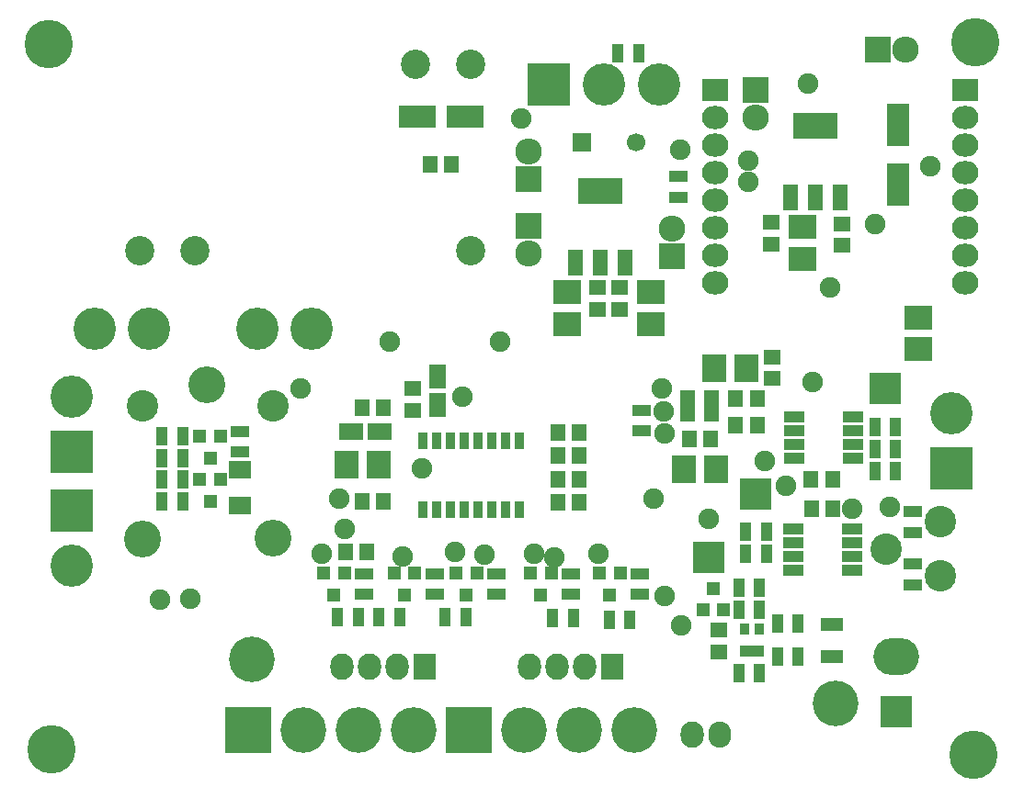
<source format=gts>
G04 #@! TF.FileFunction,Soldermask,Top*
%FSLAX46Y46*%
G04 Gerber Fmt 4.6, Leading zero omitted, Abs format (unit mm)*
G04 Created by KiCad (PCBNEW 4.0.2+dfsg1-stable) date wto, 5 mar 2019, 11:31:51*
%MOMM*%
G01*
G04 APERTURE LIST*
%ADD10C,0.100000*%
%ADD11R,3.900000X3.900000*%
%ADD12C,3.900000*%
%ADD13O,2.432000X2.127200*%
%ADD14R,2.432000X2.127200*%
%ADD15C,2.700000*%
%ADD16O,2.100000X2.400000*%
%ADD17O,2.120000X2.432000*%
%ADD18R,2.940000X2.940000*%
%ADD19R,2.630000X2.200000*%
%ADD20R,1.650000X1.400000*%
%ADD21R,1.400000X1.650000*%
%ADD22R,3.399740X2.000200*%
%ADD23R,2.200000X2.630000*%
%ADD24R,1.630000X2.200000*%
%ADD25R,2.200000X1.630000*%
%ADD26R,0.975000X1.000000*%
%ADD27R,2.050000X1.000000*%
%ADD28C,1.900000*%
%ADD29R,2.432000X2.432000*%
%ADD30O,2.432000X2.432000*%
%ADD31O,4.200000X3.400000*%
%ADD32C,4.210000*%
%ADD33R,4.210000X4.210000*%
%ADD34R,1.200100X1.200100*%
%ADD35R,1.100000X1.700000*%
%ADD36R,1.700000X1.100000*%
%ADD37R,2.100000X1.300000*%
%ADD38C,2.900000*%
%ADD39C,3.400000*%
%ADD40C,2.899360*%
%ADD41R,4.057600X2.432000*%
%ADD42R,1.416000X2.432000*%
%ADD43R,0.806400X1.060400*%
%ADD44R,0.908000X1.543000*%
%ADD45R,1.950000X1.000000*%
%ADD46R,1.460000X1.050000*%
%ADD47R,2.127200X2.432000*%
%ADD48O,2.127200X2.432000*%
%ADD49C,4.464000*%
%ADD50R,2.000200X3.999180*%
%ADD51R,1.700000X1.700000*%
%ADD52C,1.700000*%
%ADD53C,4.200000*%
G04 APERTURE END LIST*
D10*
D11*
X48450500Y-6540500D03*
D12*
X53530500Y-6540500D03*
X58610500Y-6540500D03*
D13*
X63811000Y-24844500D03*
X63811000Y-22304500D03*
X63811000Y-19764500D03*
X63811000Y-17224500D03*
X63811000Y-14684500D03*
X63811000Y-12144500D03*
X63811000Y-9604500D03*
D14*
X63811000Y-7064500D03*
X86811000Y-7064500D03*
D13*
X86811000Y-9604500D03*
X86811000Y-12144500D03*
X86811000Y-14684500D03*
X86811000Y-17224500D03*
X86811000Y-19764500D03*
X86811000Y-22304500D03*
X86811000Y-24844500D03*
D15*
X41275000Y-21844000D03*
X10795000Y-21844000D03*
X15875000Y-21844000D03*
X41275000Y-4664000D03*
X36195000Y-4664000D03*
D16*
X64250000Y-66500000D03*
D17*
X61710000Y-66500000D03*
D11*
X4572000Y-40386000D03*
D12*
X4572000Y-35306000D03*
D11*
X4572000Y-45847000D03*
D12*
X4572000Y-50927000D03*
D18*
X67564000Y-44259500D03*
X79502000Y-34544000D03*
X63246000Y-50165000D03*
D19*
X57895000Y-28618000D03*
X57895000Y-25698000D03*
D20*
X75520000Y-19370000D03*
X75520000Y-21370000D03*
X54995000Y-25258000D03*
X54995000Y-27258000D03*
X68961000Y-19256500D03*
X68961000Y-21256500D03*
X52995000Y-25258000D03*
X52995000Y-27258000D03*
D19*
X71882000Y-22605500D03*
X71882000Y-19685500D03*
X50195000Y-28618000D03*
X50195000Y-25698000D03*
D21*
X37544500Y-13906500D03*
X39544500Y-13906500D03*
D22*
X36344860Y-9461500D03*
X40744140Y-9461500D03*
D21*
X49292000Y-38608000D03*
X51292000Y-38608000D03*
X49292000Y-40767000D03*
X51292000Y-40767000D03*
X49292000Y-42926000D03*
X51292000Y-42926000D03*
X49292000Y-45085000D03*
X51292000Y-45085000D03*
X31258000Y-36296600D03*
X33258000Y-36296600D03*
D23*
X29858000Y-41566000D03*
X32778000Y-41566000D03*
D20*
X35941000Y-34560000D03*
X35941000Y-36560000D03*
D24*
X38227000Y-33488000D03*
X38227000Y-36108000D03*
D25*
X30258000Y-38566000D03*
X32878000Y-38566000D03*
D21*
X65702500Y-35493500D03*
X67702500Y-35493500D03*
X65675000Y-37973000D03*
X67675000Y-37973000D03*
D23*
X66674500Y-32702500D03*
X63754500Y-32702500D03*
D21*
X61420500Y-39179500D03*
X63420500Y-39179500D03*
D23*
X63880500Y-41973500D03*
X60960500Y-41973500D03*
D20*
X69024500Y-31639000D03*
X69024500Y-33639000D03*
D19*
X82486500Y-30924000D03*
X82486500Y-28004000D03*
D20*
X64121000Y-56849000D03*
X64121000Y-58849000D03*
D21*
X72619000Y-42942000D03*
X74619000Y-42942000D03*
X74678000Y-45600000D03*
X72678000Y-45600000D03*
D26*
X20581500Y-42350000D03*
X19506500Y-42350000D03*
X20581500Y-45050000D03*
D27*
X20044000Y-45650000D03*
X20044000Y-41750000D03*
D26*
X19506500Y-45050000D03*
D12*
X21638260Y-29083000D03*
X26636980Y-29083000D03*
X11635740Y-29083000D03*
X6637020Y-29083000D03*
D28*
X33860740Y-30226000D03*
X44020740Y-30226000D03*
D29*
X67500500Y-7048500D03*
D30*
X67500500Y-9588500D03*
D18*
X80500000Y-64340000D03*
D31*
X80500000Y-59260000D03*
D32*
X46228000Y-66040000D03*
X51308000Y-66040000D03*
D33*
X41148000Y-66040000D03*
D32*
X56388000Y-66040000D03*
D11*
X85598000Y-41910000D03*
D12*
X85598000Y-36830000D03*
D29*
X78820000Y-3270000D03*
D30*
X81360000Y-3270000D03*
D34*
X18244000Y-38949240D03*
X16344000Y-38949240D03*
X17294000Y-40948220D03*
X18244000Y-42949240D03*
X16344000Y-42949240D03*
X17294000Y-44948220D03*
D35*
X14744000Y-38950000D03*
X12844000Y-38950000D03*
X14744000Y-44950000D03*
X12844000Y-44950000D03*
X12844000Y-40950000D03*
X14744000Y-40950000D03*
X12844000Y-42950000D03*
X14744000Y-42950000D03*
X40828000Y-55626000D03*
X38928000Y-55626000D03*
X50734000Y-55753000D03*
X48834000Y-55753000D03*
X55941000Y-55880000D03*
X54041000Y-55880000D03*
D36*
X50546000Y-53528000D03*
X50546000Y-51628000D03*
X56896000Y-53528000D03*
X56896000Y-51628000D03*
D37*
X74549000Y-59235000D03*
X74549000Y-56335000D03*
D35*
X69535000Y-59309000D03*
X71435000Y-59309000D03*
X69535000Y-56261000D03*
X71435000Y-56261000D03*
X65979000Y-60833000D03*
X67879000Y-60833000D03*
X65979000Y-54991000D03*
X67879000Y-54991000D03*
X65979000Y-52959000D03*
X67879000Y-52959000D03*
X56770000Y-3620000D03*
X54870000Y-3620000D03*
D36*
X82042000Y-47813000D03*
X82042000Y-45913000D03*
X82042000Y-50739000D03*
X82042000Y-52639000D03*
X57023000Y-38478500D03*
X57023000Y-36578500D03*
X60420000Y-15020000D03*
X60420000Y-16920000D03*
D35*
X80420000Y-38070000D03*
X78520000Y-38070000D03*
X78519000Y-40117000D03*
X80419000Y-40117000D03*
X68514000Y-49784000D03*
X66614000Y-49784000D03*
X68514000Y-47752000D03*
X66614000Y-47752000D03*
X80420000Y-42170000D03*
X78520000Y-42170000D03*
D36*
X20044000Y-38500000D03*
X20044000Y-40400000D03*
D38*
X23068000Y-36176500D03*
D39*
X23068000Y-48376500D03*
X11018000Y-48426500D03*
D38*
X11068000Y-36176500D03*
D39*
X17018000Y-34226500D03*
D40*
X79542640Y-49362360D03*
X84582000Y-51861720D03*
X84582000Y-46863000D03*
D41*
X73025000Y-10350500D03*
D42*
X73025000Y-16954500D03*
X75311000Y-16954500D03*
X70739000Y-16954500D03*
D41*
X53220000Y-16318000D03*
D42*
X53220000Y-22922000D03*
X55506000Y-22922000D03*
X50934000Y-22922000D03*
D43*
X66522600Y-58801000D03*
X67843400Y-58801000D03*
X67183000Y-58801000D03*
X67843400Y-56769000D03*
X66522600Y-56769000D03*
D44*
X36881000Y-39411000D03*
X39421000Y-39411000D03*
X40691000Y-39411000D03*
X41961000Y-39411000D03*
X43231000Y-39411000D03*
X44501000Y-39411000D03*
X45771000Y-39411000D03*
X45771000Y-45761000D03*
X44501000Y-45761000D03*
X43231000Y-45761000D03*
X41961000Y-45761000D03*
X40691000Y-45761000D03*
X39421000Y-45761000D03*
X38151000Y-45761000D03*
X36881000Y-45761000D03*
X38151000Y-39411000D03*
D45*
X76474000Y-40987000D03*
X76474000Y-39717000D03*
X76474000Y-38447000D03*
X76474000Y-37177000D03*
X71074000Y-37177000D03*
X71074000Y-38447000D03*
X71074000Y-39717000D03*
X71074000Y-40987000D03*
X71018000Y-47515000D03*
X71018000Y-48785000D03*
X71018000Y-50055000D03*
X71018000Y-51325000D03*
X76418000Y-51325000D03*
X76418000Y-50055000D03*
X76418000Y-48785000D03*
X76418000Y-47515000D03*
D46*
X63462500Y-37113500D03*
X63462500Y-36163500D03*
X63462500Y-35213500D03*
X61262500Y-35213500D03*
X61262500Y-37113500D03*
X61262500Y-36163500D03*
D34*
X41844000Y-51577240D03*
X39944000Y-51577240D03*
X40894000Y-53576220D03*
X55052000Y-51577240D03*
X53152000Y-51577240D03*
X54102000Y-53576220D03*
X48702000Y-51577240D03*
X46802000Y-51577240D03*
X47752000Y-53576220D03*
X62677000Y-54975760D03*
X64577000Y-54975760D03*
X63627000Y-52976780D03*
D29*
X46620000Y-15220000D03*
D30*
X46620000Y-12680000D03*
D29*
X59817000Y-22352000D03*
D30*
X59817000Y-19812000D03*
D29*
X46620000Y-19570000D03*
D30*
X46620000Y-22110000D03*
D21*
X31734000Y-49657000D03*
X29734000Y-49657000D03*
X33258000Y-44958000D03*
X31258000Y-44958000D03*
D34*
X29652000Y-51577240D03*
X27752000Y-51577240D03*
X28702000Y-53576220D03*
X36129000Y-51577240D03*
X34229000Y-51577240D03*
X35179000Y-53576220D03*
D32*
X25908000Y-66040000D03*
X30988000Y-66040000D03*
D33*
X20828000Y-66040000D03*
D32*
X36068000Y-66040000D03*
D47*
X54356000Y-60198000D03*
D48*
X51816000Y-60198000D03*
X49276000Y-60198000D03*
X46736000Y-60198000D03*
D47*
X37084000Y-60198000D03*
D48*
X34544000Y-60198000D03*
X32004000Y-60198000D03*
X29464000Y-60198000D03*
D35*
X29022000Y-55626000D03*
X30922000Y-55626000D03*
X32832000Y-55626000D03*
X34732000Y-55626000D03*
D36*
X31496000Y-53528000D03*
X31496000Y-51628000D03*
X37973000Y-53528000D03*
X37973000Y-51628000D03*
X43688000Y-53528000D03*
X43688000Y-51628000D03*
D49*
X87630000Y-68326000D03*
X2667000Y-67818000D03*
X2413000Y-2794000D03*
X87757000Y-2667000D03*
D50*
X80620000Y-15720820D03*
X80620000Y-10219180D03*
D51*
X51520000Y-11820000D03*
D52*
X56520000Y-11820000D03*
D28*
X79920000Y-45495000D03*
X74420000Y-25270000D03*
X72820000Y-33970000D03*
X58170000Y-44720000D03*
X25654000Y-34544000D03*
X45974000Y-9652000D03*
X78520000Y-19420000D03*
X68389500Y-41211500D03*
X60706000Y-56388000D03*
X36830000Y-41910000D03*
X59182000Y-53721000D03*
X49022000Y-50165000D03*
X42545000Y-49911000D03*
X29718000Y-47498000D03*
X72326500Y-6477000D03*
X29210000Y-44704000D03*
X59118500Y-38735000D03*
X76431500Y-45600000D03*
X40513000Y-35306000D03*
X53086000Y-49784000D03*
X47117000Y-49784000D03*
X39878000Y-49657000D03*
X27559000Y-49784000D03*
X35052000Y-50038000D03*
X12636500Y-54038500D03*
X60579000Y-12573000D03*
X83629500Y-14033500D03*
X15430500Y-53911500D03*
X63246000Y-46609000D03*
X70358000Y-43561000D03*
X66865500Y-15494000D03*
X59055000Y-36703000D03*
X58928000Y-34544000D03*
X66865500Y-13589000D03*
D53*
X21100000Y-59500000D03*
X74900000Y-63600000D03*
M02*

</source>
